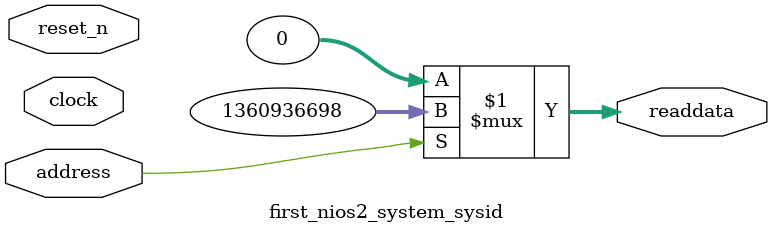
<source format=v>

`timescale 1ns / 1ps
// synthesis translate_on

// turn off superfluous verilog processor warnings 
// altera message_level Level1 
// altera message_off 10034 10035 10036 10037 10230 10240 10030 

module first_nios2_system_sysid (
               // inputs:
                address,
                clock,
                reset_n,

               // outputs:
                readdata
             )
;

  output  [ 31: 0] readdata;
  input            address;
  input            clock;
  input            reset_n;

  wire    [ 31: 0] readdata;
  //control_slave, which is an e_avalon_slave
  assign readdata = address ? 1360936698 : 0;

endmodule




</source>
